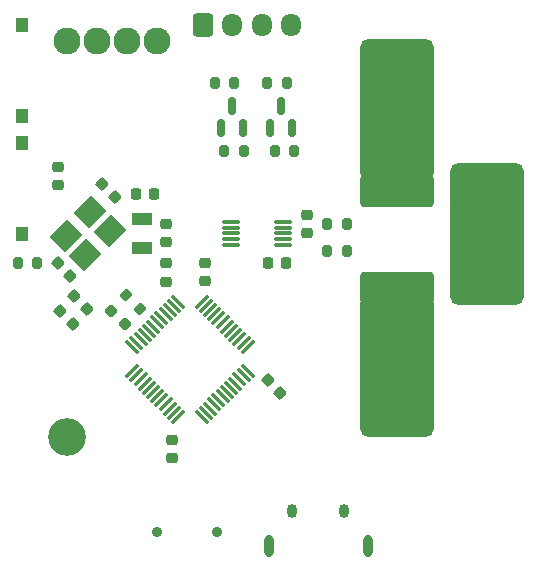
<source format=gbr>
%TF.GenerationSoftware,KiCad,Pcbnew,8.0.9-8.0.9-0~ubuntu24.04.1*%
%TF.CreationDate,2025-04-03T19:38:44-03:00*%
%TF.ProjectId,pm100,706d3130-302e-46b6-9963-61645f706362,rev?*%
%TF.SameCoordinates,Original*%
%TF.FileFunction,Soldermask,Top*%
%TF.FilePolarity,Negative*%
%FSLAX46Y46*%
G04 Gerber Fmt 4.6, Leading zero omitted, Abs format (unit mm)*
G04 Created by KiCad (PCBNEW 8.0.9-8.0.9-0~ubuntu24.04.1) date 2025-04-03 19:38:44*
%MOMM*%
%LPD*%
G01*
G04 APERTURE LIST*
G04 Aperture macros list*
%AMRoundRect*
0 Rectangle with rounded corners*
0 $1 Rounding radius*
0 $2 $3 $4 $5 $6 $7 $8 $9 X,Y pos of 4 corners*
0 Add a 4 corners polygon primitive as box body*
4,1,4,$2,$3,$4,$5,$6,$7,$8,$9,$2,$3,0*
0 Add four circle primitives for the rounded corners*
1,1,$1+$1,$2,$3*
1,1,$1+$1,$4,$5*
1,1,$1+$1,$6,$7*
1,1,$1+$1,$8,$9*
0 Add four rect primitives between the rounded corners*
20,1,$1+$1,$2,$3,$4,$5,0*
20,1,$1+$1,$4,$5,$6,$7,0*
20,1,$1+$1,$6,$7,$8,$9,0*
20,1,$1+$1,$8,$9,$2,$3,0*%
%AMRotRect*
0 Rectangle, with rotation*
0 The origin of the aperture is its center*
0 $1 length*
0 $2 width*
0 $3 Rotation angle, in degrees counterclockwise*
0 Add horizontal line*
21,1,$1,$2,0,0,$3*%
G04 Aperture macros list end*
%ADD10RoundRect,0.150000X0.150000X-0.587500X0.150000X0.587500X-0.150000X0.587500X-0.150000X-0.587500X0*%
%ADD11RoundRect,0.225000X0.250000X-0.225000X0.250000X0.225000X-0.250000X0.225000X-0.250000X-0.225000X0*%
%ADD12RoundRect,0.270000X2.830000X1.080000X-2.830000X1.080000X-2.830000X-1.080000X2.830000X-1.080000X0*%
%ADD13RoundRect,0.225000X-0.335876X-0.017678X-0.017678X-0.335876X0.335876X0.017678X0.017678X0.335876X0*%
%ADD14RoundRect,0.200000X0.200000X0.275000X-0.200000X0.275000X-0.200000X-0.275000X0.200000X-0.275000X0*%
%ADD15R,1.000000X1.250000*%
%ADD16RoundRect,0.620000X2.480000X5.380000X-2.480000X5.380000X-2.480000X-5.380000X2.480000X-5.380000X0*%
%ADD17RoundRect,0.075000X-0.521491X0.415425X0.415425X-0.521491X0.521491X-0.415425X-0.415425X0.521491X0*%
%ADD18RoundRect,0.075000X-0.521491X-0.415425X-0.415425X-0.521491X0.521491X0.415425X0.415425X0.521491X0*%
%ADD19RoundRect,0.075000X-0.650000X-0.075000X0.650000X-0.075000X0.650000X0.075000X-0.650000X0.075000X0*%
%ADD20RotRect,2.100000X1.800000X45.000000*%
%ADD21RoundRect,0.225000X-0.250000X0.225000X-0.250000X-0.225000X0.250000X-0.225000X0.250000X0.225000X0*%
%ADD22RoundRect,0.225000X0.225000X0.250000X-0.225000X0.250000X-0.225000X-0.250000X0.225000X-0.250000X0*%
%ADD23C,2.286000*%
%ADD24R,1.800000X1.000000*%
%ADD25RoundRect,0.218750X-0.335876X-0.026517X-0.026517X-0.335876X0.335876X0.026517X0.026517X0.335876X0*%
%ADD26RoundRect,0.200000X-0.335876X-0.053033X-0.053033X-0.335876X0.335876X0.053033X0.053033X0.335876X0*%
%ADD27C,3.200000*%
%ADD28RoundRect,0.225000X0.335876X0.017678X0.017678X0.335876X-0.335876X-0.017678X-0.017678X-0.335876X0*%
%ADD29RoundRect,0.225000X-0.225000X-0.250000X0.225000X-0.250000X0.225000X0.250000X-0.225000X0.250000X0*%
%ADD30C,0.900000*%
%ADD31RoundRect,0.250000X-0.600000X-0.725000X0.600000X-0.725000X0.600000X0.725000X-0.600000X0.725000X0*%
%ADD32O,1.700000X1.950000*%
%ADD33O,0.800000X1.900000*%
%ADD34O,0.900000X1.150000*%
G04 APERTURE END LIST*
D10*
%TO.C,Q8*%
X150500000Y-58390000D03*
X152400000Y-58390000D03*
X151450000Y-56514999D03*
%TD*%
D11*
%TO.C,C6*%
X132588000Y-63259000D03*
X132588000Y-61709000D03*
%TD*%
D12*
%TO.C,R1*%
X161290000Y-71918000D03*
X161290000Y-63718000D03*
%TD*%
D13*
%TO.C,C20*%
X132547992Y-69809992D03*
X133644008Y-70906008D03*
%TD*%
%TO.C,C15*%
X133951992Y-72651992D03*
X135048008Y-73748008D03*
%TD*%
D10*
%TO.C,Q7*%
X146370000Y-58390001D03*
X148270000Y-58390001D03*
X147320000Y-56515000D03*
%TD*%
D11*
%TO.C,C14*%
X142240000Y-86360000D03*
X142240000Y-84810000D03*
%TD*%
D13*
%TO.C,C17*%
X132751992Y-73851992D03*
X133848008Y-74948008D03*
%TD*%
D14*
%TO.C,R24*%
X157035000Y-68834000D03*
X155385000Y-68834000D03*
%TD*%
%TO.C,R25*%
X157035000Y-66548000D03*
X155385000Y-66548000D03*
%TD*%
D15*
%TO.C,SW2*%
X129540000Y-57404000D03*
X129540000Y-49654000D03*
%TD*%
D16*
%TO.C,J4*%
X168910000Y-67410000D03*
%TD*%
D17*
%TO.C,U2*%
X142765212Y-73090124D03*
X142411658Y-73443678D03*
X142058105Y-73797231D03*
X141704551Y-74150785D03*
X141350998Y-74504338D03*
X140997445Y-74857891D03*
X140643891Y-75211445D03*
X140290338Y-75564998D03*
X139936785Y-75918551D03*
X139583231Y-76272105D03*
X139229678Y-76625658D03*
X138876124Y-76979212D03*
D18*
X138876124Y-78976788D03*
X139229678Y-79330342D03*
X139583231Y-79683895D03*
X139936785Y-80037449D03*
X140290338Y-80391002D03*
X140643891Y-80744555D03*
X140997445Y-81098109D03*
X141350998Y-81451662D03*
X141704551Y-81805215D03*
X142058105Y-82158769D03*
X142411658Y-82512322D03*
X142765212Y-82865876D03*
D17*
X144762788Y-82865876D03*
X145116342Y-82512322D03*
X145469895Y-82158769D03*
X145823449Y-81805215D03*
X146177002Y-81451662D03*
X146530555Y-81098109D03*
X146884109Y-80744555D03*
X147237662Y-80391002D03*
X147591215Y-80037449D03*
X147944769Y-79683895D03*
X148298322Y-79330342D03*
X148651876Y-78976788D03*
D18*
X148651876Y-76979212D03*
X148298322Y-76625658D03*
X147944769Y-76272105D03*
X147591215Y-75918551D03*
X147237662Y-75564998D03*
X146884109Y-75211445D03*
X146530555Y-74857891D03*
X146177002Y-74504338D03*
X145823449Y-74150785D03*
X145469895Y-73797231D03*
X145116342Y-73443678D03*
X144762788Y-73090124D03*
%TD*%
D19*
%TO.C,U8*%
X147238000Y-66326000D03*
X147238000Y-66826000D03*
X147238000Y-67326000D03*
X147238000Y-67826000D03*
X147238000Y-68326000D03*
X151638000Y-68326000D03*
X151638000Y-67826000D03*
X151638000Y-67326000D03*
X151638000Y-66826000D03*
X151638000Y-66326000D03*
%TD*%
D20*
%TO.C,Y3*%
X134915868Y-69148478D03*
X136966478Y-67097868D03*
X135340132Y-65471522D03*
X133289522Y-67522132D03*
%TD*%
D16*
%TO.C,J1*%
X161290000Y-78586000D03*
%TD*%
D21*
%TO.C,C13*%
X145034000Y-69837000D03*
X145034000Y-71387000D03*
%TD*%
%TO.C,C12*%
X141732000Y-69850000D03*
X141732000Y-71400000D03*
%TD*%
D22*
%TO.C,C22*%
X140729000Y-64008000D03*
X139179000Y-64008000D03*
%TD*%
D23*
%TO.C,J11*%
X133350000Y-51000000D03*
X135890000Y-51000000D03*
X138430000Y-51000000D03*
X140970000Y-51000000D03*
%TD*%
D14*
%TO.C,R11*%
X151955000Y-54610000D03*
X150305000Y-54610000D03*
%TD*%
D21*
%TO.C,C2*%
X153670000Y-65773000D03*
X153670000Y-67323000D03*
%TD*%
D24*
%TO.C,Y1*%
X139700000Y-68559999D03*
X139700000Y-66060001D03*
%TD*%
D11*
%TO.C,C21*%
X141732000Y-68072000D03*
X141732000Y-66522000D03*
%TD*%
D25*
%TO.C,L1*%
X137111153Y-73865153D03*
X138224847Y-74978847D03*
%TD*%
D16*
%TO.C,J2*%
X161290000Y-56896000D03*
%TD*%
D13*
%TO.C,C19*%
X136317984Y-63165984D03*
X137414000Y-64262000D03*
%TD*%
D26*
%TO.C,R27*%
X138354637Y-72568637D03*
X139521363Y-73735363D03*
%TD*%
D14*
%TO.C,R12*%
X130810000Y-69850000D03*
X129160000Y-69850000D03*
%TD*%
D27*
%TO.C,H1*%
X133350000Y-84582000D03*
%TD*%
D15*
%TO.C,SW3*%
X129540000Y-67375000D03*
X129540000Y-59625000D03*
%TD*%
D14*
%TO.C,R9*%
X148335000Y-60325000D03*
X146685000Y-60325000D03*
%TD*%
%TO.C,R8*%
X147510000Y-54610000D03*
X145860000Y-54610000D03*
%TD*%
%TO.C,R10*%
X152590000Y-60325000D03*
X150940000Y-60325000D03*
%TD*%
D28*
%TO.C,C18*%
X151424008Y-80812008D03*
X150327992Y-79715992D03*
%TD*%
D29*
%TO.C,C1*%
X150355000Y-69850000D03*
X151905000Y-69850000D03*
%TD*%
D30*
%TO.C,SW1*%
X146010000Y-92565000D03*
X141010000Y-92565000D03*
%TD*%
D31*
%TO.C,J5*%
X144850000Y-49650000D03*
D32*
X147350000Y-49650000D03*
X149850000Y-49650000D03*
X152350000Y-49650000D03*
%TD*%
D33*
%TO.C,J3*%
X158795000Y-93800000D03*
D34*
X156845000Y-90800000D03*
X152395000Y-90800000D03*
D33*
X150445000Y-93800000D03*
%TD*%
M02*

</source>
